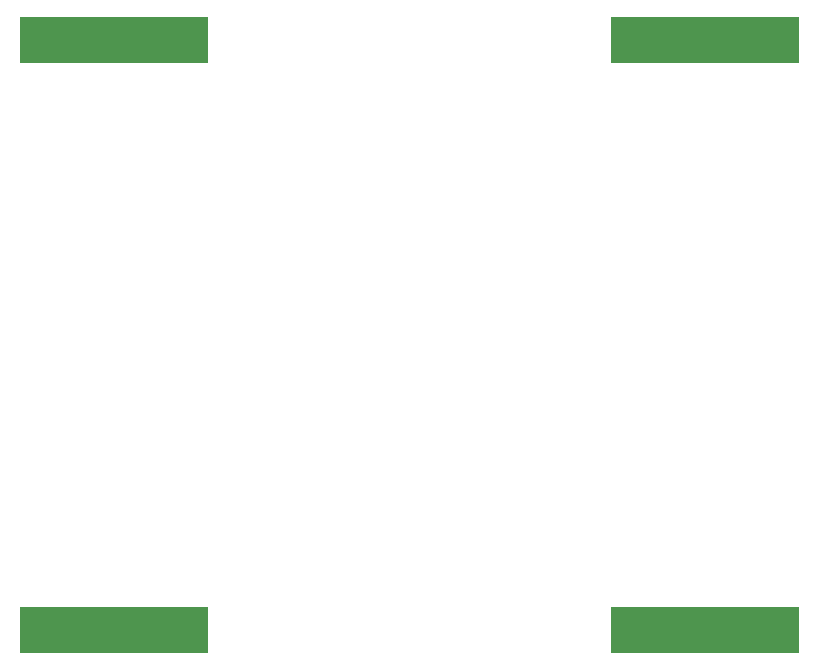
<source format=gbr>
%TF.GenerationSoftware,KiCad,Pcbnew,5.1.8*%
%TF.CreationDate,2020-11-10T00:50:46+08:00*%
%TF.ProjectId,FMESC-1-A-v0.2,464d4553-432d-4312-9d41-2d76302e322e,v0.2*%
%TF.SameCoordinates,Original*%
%TF.FileFunction,Paste,Bot*%
%TF.FilePolarity,Positive*%
%FSLAX46Y46*%
G04 Gerber Fmt 4.6, Leading zero omitted, Abs format (unit mm)*
G04 Created by KiCad (PCBNEW 5.1.8) date 2020-11-10 00:50:46*
%MOMM*%
%LPD*%
G01*
G04 APERTURE LIST*
%ADD10R,16.000000X4.000000*%
G04 APERTURE END LIST*
D10*
%TO.C,JG0*%
X115000000Y-136500000D03*
%TD*%
%TO.C,JG0*%
X65000000Y-136500000D03*
%TD*%
%TO.C,JG0*%
X115000000Y-86500000D03*
%TD*%
%TO.C,JG0*%
X65000000Y-86500000D03*
%TD*%
M02*

</source>
